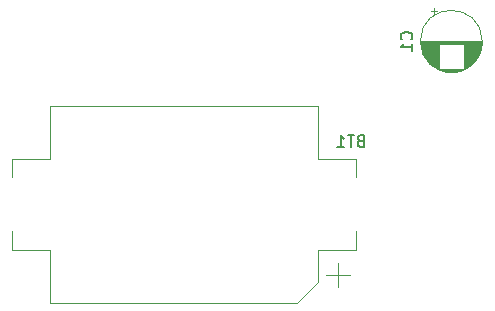
<source format=gbr>
%TF.GenerationSoftware,KiCad,Pcbnew,9.0.5*%
%TF.CreationDate,2026-02-03T12:12:50+01:00*%
%TF.ProjectId,Seminarski,53656d69-6e61-4727-936b-692e6b696361,rev?*%
%TF.SameCoordinates,Original*%
%TF.FileFunction,Legend,Bot*%
%TF.FilePolarity,Positive*%
%FSLAX46Y46*%
G04 Gerber Fmt 4.6, Leading zero omitted, Abs format (unit mm)*
G04 Created by KiCad (PCBNEW 9.0.5) date 2026-02-03 12:12:50*
%MOMM*%
%LPD*%
G01*
G04 APERTURE LIST*
%ADD10C,0.150000*%
%ADD11C,0.120000*%
G04 APERTURE END LIST*
D10*
X188060714Y-54181009D02*
X187917857Y-54228628D01*
X187917857Y-54228628D02*
X187870238Y-54276247D01*
X187870238Y-54276247D02*
X187822619Y-54371485D01*
X187822619Y-54371485D02*
X187822619Y-54514342D01*
X187822619Y-54514342D02*
X187870238Y-54609580D01*
X187870238Y-54609580D02*
X187917857Y-54657200D01*
X187917857Y-54657200D02*
X188013095Y-54704819D01*
X188013095Y-54704819D02*
X188394047Y-54704819D01*
X188394047Y-54704819D02*
X188394047Y-53704819D01*
X188394047Y-53704819D02*
X188060714Y-53704819D01*
X188060714Y-53704819D02*
X187965476Y-53752438D01*
X187965476Y-53752438D02*
X187917857Y-53800057D01*
X187917857Y-53800057D02*
X187870238Y-53895295D01*
X187870238Y-53895295D02*
X187870238Y-53990533D01*
X187870238Y-53990533D02*
X187917857Y-54085771D01*
X187917857Y-54085771D02*
X187965476Y-54133390D01*
X187965476Y-54133390D02*
X188060714Y-54181009D01*
X188060714Y-54181009D02*
X188394047Y-54181009D01*
X187536904Y-53704819D02*
X186965476Y-53704819D01*
X187251190Y-54704819D02*
X187251190Y-53704819D01*
X186108333Y-54704819D02*
X186679761Y-54704819D01*
X186394047Y-54704819D02*
X186394047Y-53704819D01*
X186394047Y-53704819D02*
X186489285Y-53847676D01*
X186489285Y-53847676D02*
X186584523Y-53942914D01*
X186584523Y-53942914D02*
X186679761Y-53990533D01*
X192359580Y-45583333D02*
X192407200Y-45535714D01*
X192407200Y-45535714D02*
X192454819Y-45392857D01*
X192454819Y-45392857D02*
X192454819Y-45297619D01*
X192454819Y-45297619D02*
X192407200Y-45154762D01*
X192407200Y-45154762D02*
X192311961Y-45059524D01*
X192311961Y-45059524D02*
X192216723Y-45011905D01*
X192216723Y-45011905D02*
X192026247Y-44964286D01*
X192026247Y-44964286D02*
X191883390Y-44964286D01*
X191883390Y-44964286D02*
X191692914Y-45011905D01*
X191692914Y-45011905D02*
X191597676Y-45059524D01*
X191597676Y-45059524D02*
X191502438Y-45154762D01*
X191502438Y-45154762D02*
X191454819Y-45297619D01*
X191454819Y-45297619D02*
X191454819Y-45392857D01*
X191454819Y-45392857D02*
X191502438Y-45535714D01*
X191502438Y-45535714D02*
X191550057Y-45583333D01*
X192454819Y-46535714D02*
X192454819Y-45964286D01*
X192454819Y-46250000D02*
X191454819Y-46250000D01*
X191454819Y-46250000D02*
X191597676Y-46154762D01*
X191597676Y-46154762D02*
X191692914Y-46059524D01*
X191692914Y-46059524D02*
X191740533Y-45964286D01*
D11*
%TO.C,BT1*%
X158600000Y-55700000D02*
X158600000Y-57250000D01*
X158600000Y-63400000D02*
X158600000Y-61850000D01*
X161800000Y-51200000D02*
X161800000Y-55700000D01*
X161800000Y-55700000D02*
X158600000Y-55700000D01*
X161800000Y-63400000D02*
X158600000Y-63400000D01*
X161800000Y-67900000D02*
X161800000Y-63400000D01*
X161800000Y-67900000D02*
X182700000Y-67900000D01*
X182700000Y-67900000D02*
X184500000Y-66100000D01*
X184500000Y-51200000D02*
X161800000Y-51200000D01*
X184500000Y-51200000D02*
X184500000Y-55700000D01*
X184500000Y-55700000D02*
X187700000Y-55700000D01*
X184500000Y-63400000D02*
X187700000Y-63400000D01*
X184500000Y-66100000D02*
X184500000Y-63400000D01*
X185150000Y-65550000D02*
X187150000Y-65550000D01*
X186150000Y-64550000D02*
X186150000Y-66550000D01*
X187700000Y-55700000D02*
X187700000Y-57250000D01*
X187700000Y-63400000D02*
X187700000Y-61850000D01*
%TO.C,C1*%
X193170000Y-45750000D02*
X198330000Y-45750000D01*
X193170000Y-45790000D02*
X198330000Y-45790000D01*
X193171000Y-45830000D02*
X198329000Y-45830000D01*
X193173000Y-45870000D02*
X198327000Y-45870000D01*
X193175000Y-45910000D02*
X198325000Y-45910000D01*
X193178000Y-45950000D02*
X198322000Y-45950000D01*
X193181000Y-45990000D02*
X194710000Y-45990000D01*
X193185000Y-46030000D02*
X194710000Y-46030000D01*
X193190000Y-46070000D02*
X194710000Y-46070000D01*
X193195000Y-46110000D02*
X194710000Y-46110000D01*
X193201000Y-46150000D02*
X194710000Y-46150000D01*
X193207000Y-46190000D02*
X194710000Y-46190000D01*
X193214000Y-46230000D02*
X194710000Y-46230000D01*
X193222000Y-46270000D02*
X194710000Y-46270000D01*
X193231000Y-46310000D02*
X194710000Y-46310000D01*
X193240000Y-46350000D02*
X194710000Y-46350000D01*
X193249000Y-46390000D02*
X194710000Y-46390000D01*
X193260000Y-46430000D02*
X194710000Y-46430000D01*
X193271000Y-46470000D02*
X194710000Y-46470000D01*
X193283000Y-46510000D02*
X194710000Y-46510000D01*
X193295000Y-46550000D02*
X194710000Y-46550000D01*
X193308000Y-46590000D02*
X194710000Y-46590000D01*
X193322000Y-46630000D02*
X194710000Y-46630000D01*
X193337000Y-46670000D02*
X194710000Y-46670000D01*
X193352000Y-46710000D02*
X194710000Y-46710000D01*
X193368000Y-46750000D02*
X194710000Y-46750000D01*
X193385000Y-46790000D02*
X194710000Y-46790000D01*
X193403000Y-46830000D02*
X194710000Y-46830000D01*
X193421000Y-46870000D02*
X194710000Y-46870000D01*
X193441000Y-46910000D02*
X194710000Y-46910000D01*
X193461000Y-46950000D02*
X194710000Y-46950000D01*
X193482000Y-46990000D02*
X194710000Y-46990000D01*
X193504000Y-47030000D02*
X194710000Y-47030000D01*
X193527000Y-47070000D02*
X194710000Y-47070000D01*
X193551000Y-47110000D02*
X194710000Y-47110000D01*
X193575000Y-47150000D02*
X194710000Y-47150000D01*
X193601000Y-47190000D02*
X194710000Y-47190000D01*
X193628000Y-47230000D02*
X194710000Y-47230000D01*
X193656000Y-47270000D02*
X194710000Y-47270000D01*
X193685000Y-47310000D02*
X194710000Y-47310000D01*
X193715000Y-47350000D02*
X194710000Y-47350000D01*
X193747000Y-47390000D02*
X194710000Y-47390000D01*
X193780000Y-47430000D02*
X194710000Y-47430000D01*
X193814000Y-47470000D02*
X194710000Y-47470000D01*
X193849000Y-47510000D02*
X194710000Y-47510000D01*
X193886000Y-47550000D02*
X194710000Y-47550000D01*
X193925000Y-47590000D02*
X194710000Y-47590000D01*
X193965000Y-47630000D02*
X194710000Y-47630000D01*
X194007000Y-47670000D02*
X194710000Y-47670000D01*
X194025000Y-43195225D02*
X194525000Y-43195225D01*
X194051000Y-47710000D02*
X194710000Y-47710000D01*
X194098000Y-47750000D02*
X194710000Y-47750000D01*
X194146000Y-47790000D02*
X194710000Y-47790000D01*
X194197000Y-47830000D02*
X194710000Y-47830000D01*
X194251000Y-47870000D02*
X194710000Y-47870000D01*
X194275000Y-42945225D02*
X194275000Y-43445225D01*
X194307000Y-47910000D02*
X194710000Y-47910000D01*
X194367000Y-47950000D02*
X194710000Y-47950000D01*
X194431000Y-47990000D02*
X194710000Y-47990000D01*
X194499000Y-48030000D02*
X194710000Y-48030000D01*
X194573000Y-48070000D02*
X196927000Y-48070000D01*
X194652000Y-48110000D02*
X196848000Y-48110000D01*
X194739000Y-48150000D02*
X196761000Y-48150000D01*
X194836000Y-48190000D02*
X196664000Y-48190000D01*
X194945000Y-48230000D02*
X196555000Y-48230000D01*
X195073000Y-48270000D02*
X196427000Y-48270000D01*
X195233000Y-48310000D02*
X196267000Y-48310000D01*
X195467000Y-48350000D02*
X196033000Y-48350000D01*
X196790000Y-45990000D02*
X198319000Y-45990000D01*
X196790000Y-46030000D02*
X198315000Y-46030000D01*
X196790000Y-46070000D02*
X198310000Y-46070000D01*
X196790000Y-46110000D02*
X198305000Y-46110000D01*
X196790000Y-46150000D02*
X198299000Y-46150000D01*
X196790000Y-46190000D02*
X198293000Y-46190000D01*
X196790000Y-46230000D02*
X198286000Y-46230000D01*
X196790000Y-46270000D02*
X198278000Y-46270000D01*
X196790000Y-46310000D02*
X198269000Y-46310000D01*
X196790000Y-46350000D02*
X198260000Y-46350000D01*
X196790000Y-46390000D02*
X198251000Y-46390000D01*
X196790000Y-46430000D02*
X198240000Y-46430000D01*
X196790000Y-46470000D02*
X198229000Y-46470000D01*
X196790000Y-46510000D02*
X198217000Y-46510000D01*
X196790000Y-46550000D02*
X198205000Y-46550000D01*
X196790000Y-46590000D02*
X198192000Y-46590000D01*
X196790000Y-46630000D02*
X198178000Y-46630000D01*
X196790000Y-46670000D02*
X198163000Y-46670000D01*
X196790000Y-46710000D02*
X198148000Y-46710000D01*
X196790000Y-46750000D02*
X198132000Y-46750000D01*
X196790000Y-46790000D02*
X198115000Y-46790000D01*
X196790000Y-46830000D02*
X198097000Y-46830000D01*
X196790000Y-46870000D02*
X198079000Y-46870000D01*
X196790000Y-46910000D02*
X198059000Y-46910000D01*
X196790000Y-46950000D02*
X198039000Y-46950000D01*
X196790000Y-46990000D02*
X198018000Y-46990000D01*
X196790000Y-47030000D02*
X197996000Y-47030000D01*
X196790000Y-47070000D02*
X197973000Y-47070000D01*
X196790000Y-47110000D02*
X197949000Y-47110000D01*
X196790000Y-47150000D02*
X197925000Y-47150000D01*
X196790000Y-47190000D02*
X197899000Y-47190000D01*
X196790000Y-47230000D02*
X197872000Y-47230000D01*
X196790000Y-47270000D02*
X197844000Y-47270000D01*
X196790000Y-47310000D02*
X197815000Y-47310000D01*
X196790000Y-47350000D02*
X197785000Y-47350000D01*
X196790000Y-47390000D02*
X197753000Y-47390000D01*
X196790000Y-47430000D02*
X197720000Y-47430000D01*
X196790000Y-47470000D02*
X197686000Y-47470000D01*
X196790000Y-47510000D02*
X197651000Y-47510000D01*
X196790000Y-47550000D02*
X197614000Y-47550000D01*
X196790000Y-47590000D02*
X197575000Y-47590000D01*
X196790000Y-47630000D02*
X197535000Y-47630000D01*
X196790000Y-47670000D02*
X197493000Y-47670000D01*
X196790000Y-47710000D02*
X197449000Y-47710000D01*
X196790000Y-47750000D02*
X197402000Y-47750000D01*
X196790000Y-47790000D02*
X197354000Y-47790000D01*
X196790000Y-47830000D02*
X197303000Y-47830000D01*
X196790000Y-47870000D02*
X197249000Y-47870000D01*
X196790000Y-47910000D02*
X197193000Y-47910000D01*
X196790000Y-47950000D02*
X197133000Y-47950000D01*
X196790000Y-47990000D02*
X197069000Y-47990000D01*
X196790000Y-48030000D02*
X197001000Y-48030000D01*
X198370000Y-45750000D02*
G75*
G02*
X193130000Y-45750000I-2620000J0D01*
G01*
X193130000Y-45750000D02*
G75*
G02*
X198370000Y-45750000I2620000J0D01*
G01*
%TD*%
M02*

</source>
